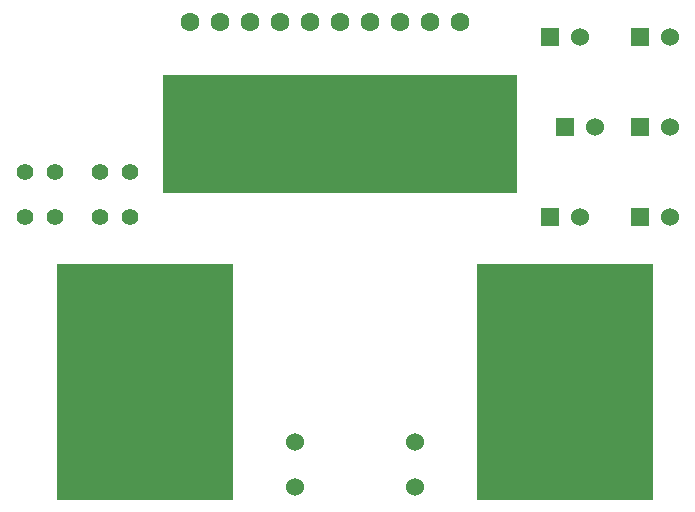
<source format=gbs>
G04 (created by PCBNEW (2013-07-07 BZR 4022)-stable) date Saturday 09 November 2013 12:27:47 PM IST*
%MOIN*%
G04 Gerber Fmt 3.4, Leading zero omitted, Abs format*
%FSLAX34Y34*%
G01*
G70*
G90*
G04 APERTURE LIST*
%ADD10C,0.00590551*%
%ADD11C,0.06*%
%ADD12C,0.0629921*%
%ADD13R,0.06X0.06*%
%ADD14C,0.055*%
%ADD15R,0.590551X0.787402*%
%ADD16R,1.1811X0.393701*%
G04 APERTURE END LIST*
G54D10*
G54D11*
X34500Y-32500D03*
X38500Y-32500D03*
X38500Y-31000D03*
X34500Y-31000D03*
G54D12*
X31000Y-17000D03*
X32000Y-17000D03*
X33000Y-17000D03*
X34000Y-17000D03*
X35000Y-17000D03*
X36000Y-17000D03*
X37000Y-17000D03*
X38000Y-17000D03*
X39000Y-17000D03*
X40000Y-17000D03*
G54D13*
X43000Y-17500D03*
G54D11*
X44000Y-17500D03*
G54D13*
X46000Y-17500D03*
G54D11*
X47000Y-17500D03*
G54D13*
X43500Y-20500D03*
G54D11*
X44500Y-20500D03*
G54D13*
X43000Y-23500D03*
G54D11*
X44000Y-23500D03*
G54D13*
X46000Y-23500D03*
G54D11*
X47000Y-23500D03*
G54D13*
X46000Y-20500D03*
G54D11*
X47000Y-20500D03*
G54D14*
X25500Y-22000D03*
X26500Y-22000D03*
X25500Y-23500D03*
X26500Y-23500D03*
X28000Y-23500D03*
X29000Y-23500D03*
X28000Y-22000D03*
X29000Y-22000D03*
G54D15*
X29500Y-29000D03*
X43500Y-29000D03*
G54D16*
X36000Y-20750D03*
M02*

</source>
